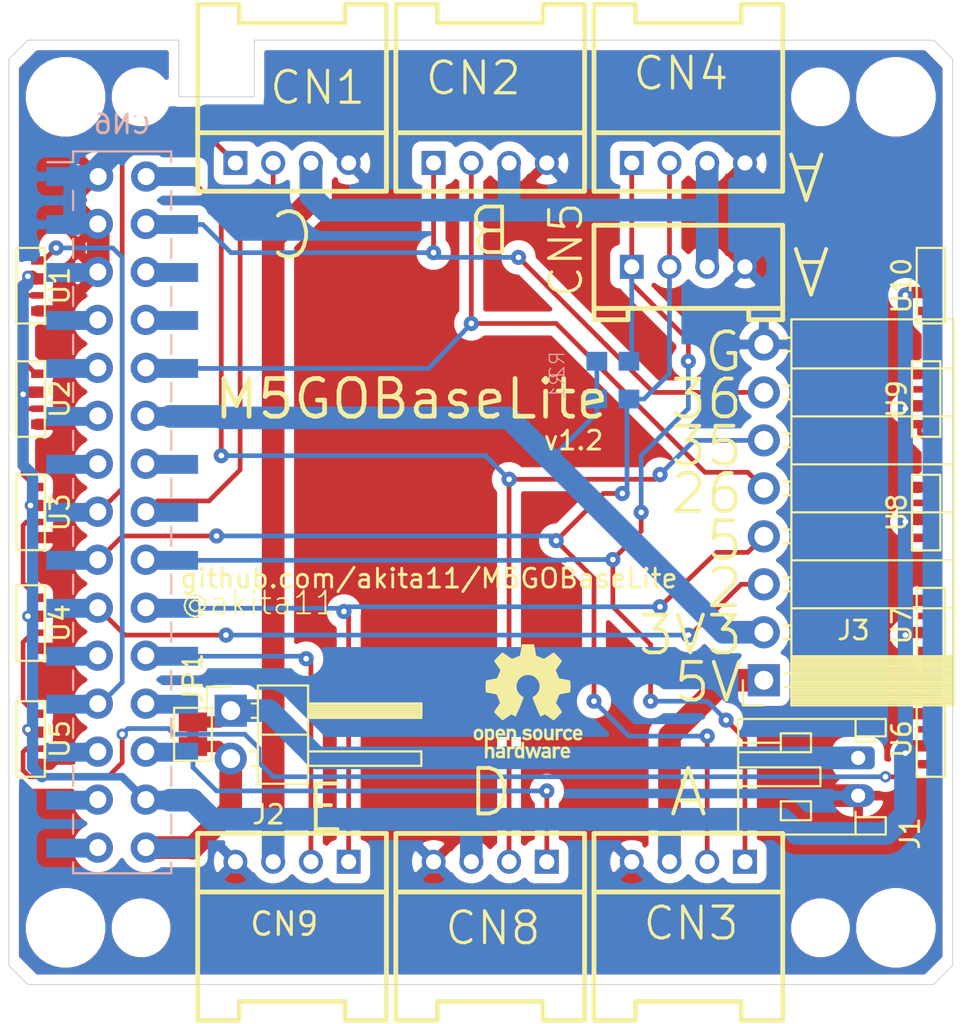
<source format=kicad_pcb>
(kicad_pcb (version 20171130) (host pcbnew "(5.1.5)-3")
  (layers (0 Top signal) (31 Bottom signal hide) (34 B.Paste user hide) (35 F.Paste user hide) (36 B.SilkS user) (37 F.SilkS user) (38 B.Mask user hide) (39 F.Mask user hide) (44 Edge.Cuts user))
  (net 0 "")
  (net 1 +5V)
  (net 2 GND)
  (net 3 /TXD)
  (net 4 /RXD)
  (net 5 /GPIO26)
  (net 6 /GPIO36)
  (net 7 /SDA)
  (net 8 /SCL)
  (net 9 /GPIO15)
  (net 10 /BAT)
  (net 11 /GPIO34)
  (net 12 /GPIO13)
  (net 13 /GPIO5)
  (net 14 /GPIO35)
  (net 15 +3V3)
  (net 16 "Net-(CN6-Pad29)")
  (net 17 "Net-(CN6-Pad27)")
  (net 18 "Net-(CN6-Pad25)")
  (net 19 "Net-(CN6-Pad24)")
  (net 20 "Net-(CN6-Pad21)")
  (net 21 "Net-(CN6-Pad14)")
  (net 22 "Net-(CN6-Pad13)")
  (net 23 "Net-(CN6-Pad11)")
  (net 24 "Net-(CN6-Pad9)")
  (net 25 "Net-(CN6-Pad8)")
  (net 26 "Net-(CN6-Pad7)")
  (net 27 "Net-(CN6-Pad6)")
  (net 28 "Net-(J1-Pad1)")
  (net 29 /GPIO2)
  (net 30 "Net-(U1-Pad3)")
  (net 31 "Net-(U2-Pad3)")
  (net 32 "Net-(U3-Pad3)")
  (net 33 "Net-(U4-Pad3)")
  (net 34 "Net-(U5-Pad3)")
  (net 35 "Net-(U6-Pad3)")
  (net 36 "Net-(U7-Pad3)")
  (net 37 "Net-(U8-Pad3)")
  (net 38 "Net-(U10-Pad1)")
  (net 39 "Net-(U10-Pad3)")
  (module Jumper:SolderJumper-2_P1.3mm_Bridged_Pad1.0x1.5mm (layer Top) (at 9.75 -13.25 270)
    (fp_text reference JP1 (at -1.5 0 270) (layer F.SilkS) (effects (justify left)))
    (fp_text value SolderJumper_2_Bridged)
    (fp_poly (pts (xy -0.25 -0.3) (xy 0.25 -0.3) (xy 0.25 0.3) (xy -0.25 0.3)) (layer Top) (width 0))
    (pad 2 smd rect (at 0.65 0 270) (size 1 1.5) (layers Top F.Mask) (net 10 /BAT))
    (pad 1 smd rect (at -0.65 0 270) (size 1 1.5) (layers Top F.Mask) (net 28 "Net-(J1-Pad1)"))
  )
  (module akita:Pad_TH09mm (layer Top) (at 4.73 -7.22)
    (fp_text reference REF** hide)
    (fp_text value Pad_TH09mm hide)
    (pad 1 thru_hole circle (at -0.02 -0.03) (size 1.6 1.6) (drill 0.9) (layers *.Cu *.Mask) (net 16 "Net-(CN6-Pad29)"))
  )
  (module akita:Pad_TH09mm (layer Top) (at 4.73 -9.76)
    (fp_text reference REF** hide)
    (fp_text value Pad_TH09mm hide)
    (pad 1 thru_hole circle (at -0.02 -0.03) (size 1.6 1.6) (drill 0.9) (layers *.Cu *.Mask) (net 17 "Net-(CN6-Pad27)"))
  )
  (module akita:Pad_TH09mm (layer Top) (at 7.27 -7.22)
    (fp_text reference REF** hide)
    (fp_text value Pad_TH09mm hide)
    (pad 1 thru_hole circle (at -0.02 -0.03) (size 1.6 1.6) (drill 0.9) (layers *.Cu *.Mask) (net 10 /BAT))
  )
  (module akita:Pad_TH09mm (layer Top) (at 4.73 -12.3)
    (fp_text reference REF** hide)
    (fp_text value Pad_TH09mm hide)
    (pad 1 thru_hole circle (at -0.02 -0.03) (size 1.6 1.6) (drill 0.9) (layers *.Cu *.Mask) (net 18 "Net-(CN6-Pad25)"))
  )
  (module akita:Pad_TH09mm (layer Top) (at 4.73 -14.84)
    (fp_text reference REF** hide)
    (fp_text value Pad_TH09mm hide)
    (pad 1 thru_hole circle (at -0.02 -0.03) (size 1.6 1.6) (drill 0.9) (layers *.Cu *.Mask) (net 9 /GPIO15))
  )
  (module akita:Pad_TH09mm (layer Top) (at 4.73 -17.38)
    (fp_text reference REF** hide)
    (fp_text value Pad_TH09mm hide)
    (pad 1 thru_hole circle (at -0.02 -0.03) (size 1.6 1.6) (drill 0.9) (layers *.Cu *.Mask) (net 20 "Net-(CN6-Pad21)"))
  )
  (module akita:Pad_TH09mm (layer Top) (at 4.73 -19.92)
    (fp_text reference REF** hide)
    (fp_text value Pad_TH09mm hide)
    (pad 1 thru_hole circle (at -0.02 -0.03) (size 1.6 1.6) (drill 0.9) (layers *.Cu *.Mask) (net 29 /GPIO2))
  )
  (module akita:Pad_TH09mm (layer Top) (at 4.73 -22.46)
    (fp_text reference REF** hide)
    (fp_text value Pad_TH09mm hide)
    (pad 1 thru_hole circle (at -0.02 -0.03) (size 1.6 1.6) (drill 0.9) (layers *.Cu *.Mask) (net 7 /SDA))
  )
  (module akita:Pad_TH09mm (layer Top) (at 7.27 -9.76)
    (fp_text reference REF** hide)
    (fp_text value Pad_TH09mm hide)
    (pad 1 thru_hole circle (at -0.02 -0.03) (size 1.6 1.6) (drill 0.9) (layers *.Cu *.Mask) (net 1 +5V))
  )
  (module akita:Pad_TH09mm (layer Top) (at 7.27 -14.84)
    (fp_text reference REF** hide)
    (fp_text value Pad_TH09mm hide)
    (pad 1 thru_hole circle (at -0.02 -0.03) (size 1.6 1.6) (drill 0.9) (layers *.Cu *.Mask) (net 19 "Net-(CN6-Pad24)"))
  )
  (module akita:Pad_TH09mm (layer Top) (at 7.27 -12.3)
    (fp_text reference REF** hide)
    (fp_text value Pad_TH09mm hide)
    (pad 1 thru_hole circle (at -0.02 -0.03) (size 1.6 1.6) (drill 0.9) (layers *.Cu *.Mask) (net 11 /GPIO34))
  )
  (module akita:Pad_TH09mm (layer Top) (at 7.27 -17.38)
    (fp_text reference REF** hide)
    (fp_text value Pad_TH09mm hide)
    (pad 1 thru_hole circle (at -0.02 -0.03) (size 1.6 1.6) (drill 0.9) (layers *.Cu *.Mask) (net 12 /GPIO13))
  )
  (module akita:Pad_TH09mm (layer Top) (at 7.27 -19.92)
    (fp_text reference REF** hide)
    (fp_text value Pad_TH09mm hide)
    (pad 1 thru_hole circle (at -0.02 -0.03) (size 1.6 1.6) (drill 0.9) (layers *.Cu *.Mask) (net 13 /GPIO5))
  )
  (module akita:Pad_TH09mm (layer Top) (at 7.27 -22.46)
    (fp_text reference REF** hide)
    (fp_text value Pad_TH09mm hide)
    (pad 1 thru_hole circle (at -0.02 -0.03) (size 1.6 1.6) (drill 0.9) (layers *.Cu *.Mask) (net 8 /SCL))
  )
  (module akita:Pad_TH09mm (layer Top) (at 7.27 -25)
    (fp_text reference REF** hide)
    (fp_text value Pad_TH09mm hide)
    (pad 1 thru_hole circle (at -0.02 -0.03) (size 1.6 1.6) (drill 0.9) (layers *.Cu *.Mask) (net 3 /TXD))
  )
  (module akita:Pad_TH09mm (layer Top) (at 4.73 -25)
    (fp_text reference REF** hide)
    (fp_text value Pad_TH09mm hide)
    (pad 1 thru_hole circle (at -0.02 -0.03) (size 1.6 1.6) (drill 0.9) (layers *.Cu *.Mask) (net 4 /RXD))
  )
  (module akita:Pad_TH09mm (layer Top) (at 4.73 -27.54)
    (fp_text reference REF** hide)
    (fp_text value Pad_TH09mm hide)
    (pad 1 thru_hole circle (at -0.02 -0.03) (size 1.6 1.6) (drill 0.9) (layers *.Cu *.Mask) (net 22 "Net-(CN6-Pad13)"))
  )
  (module akita:Pad_TH09mm (layer Top) (at 7.27 -27.54)
    (fp_text reference REF** hide)
    (fp_text value Pad_TH09mm hide)
    (pad 1 thru_hole circle (at -0.02 -0.03) (size 1.6 1.6) (drill 0.9) (layers *.Cu *.Mask) (net 21 "Net-(CN6-Pad14)"))
  )
  (module akita:Pad_TH09mm (layer Top) (at 7.27 -30.08)
    (fp_text reference REF** hide)
    (fp_text value Pad_TH09mm hide)
    (pad 1 thru_hole circle (at -0.02 -0.03) (size 1.6 1.6) (drill 0.9) (layers *.Cu *.Mask) (net 15 +3V3))
  )
  (module akita:Pad_TH09mm (layer Top) (at 4.73 -30.08)
    (fp_text reference REF** hide)
    (fp_text value Pad_TH09mm hide)
    (pad 1 thru_hole circle (at -0.02 -0.03) (size 1.6 1.6) (drill 0.9) (layers *.Cu *.Mask) (net 23 "Net-(CN6-Pad11)"))
  )
  (module akita:Pad_TH09mm (layer Top) (at 4.73 -32.62)
    (fp_text reference REF** hide)
    (fp_text value Pad_TH09mm hide)
    (pad 1 thru_hole circle (at -0.02 -0.03) (size 1.6 1.6) (drill 0.9) (layers *.Cu *.Mask) (net 24 "Net-(CN6-Pad9)"))
  )
  (module akita:Pad_TH09mm (layer Top) (at 7.27 -32.62)
    (fp_text reference REF** hide)
    (fp_text value Pad_TH09mm hide)
    (pad 1 thru_hole circle (at -0.02 -0.03) (size 1.6 1.6) (drill 0.9) (layers *.Cu *.Mask) (net 5 /GPIO26))
  )
  (module akita:Pad_TH09mm (layer Top) (at 7.27 -35.16)
    (fp_text reference REF** hide)
    (fp_text value Pad_TH09mm hide)
    (pad 1 thru_hole circle (at -0.02 -0.03) (size 1.6 1.6) (drill 0.9) (layers *.Cu *.Mask) (net 25 "Net-(CN6-Pad8)"))
  )
  (module akita:Pad_TH09mm (layer Top) (at 4.73 -35.16)
    (fp_text reference REF** hide)
    (fp_text value Pad_TH09mm hide)
    (pad 1 thru_hole circle (at -0.02 -0.03) (size 1.6 1.6) (drill 0.9) (layers *.Cu *.Mask) (net 26 "Net-(CN6-Pad7)"))
  )
  (module akita:Pad_TH09mm (layer Top) (at 4.73 -37.7)
    (fp_text reference REF** hide)
    (fp_text value Pad_TH09mm hide)
    (pad 1 thru_hole circle (at -0.02 -0.03) (size 1.6 1.6) (drill 0.9) (layers *.Cu *.Mask) (net 2 GND))
  )
  (module akita:Pad_TH09mm (layer Top) (at 7.27 -37.7)
    (fp_text reference REF** hide)
    (fp_text value Pad_TH09mm hide)
    (pad 1 thru_hole circle (at -0.02 -0.03) (size 1.6 1.6) (drill 0.9) (layers *.Cu *.Mask) (net 27 "Net-(CN6-Pad6)"))
  )
  (module akita:Pad_TH09mm (layer Top) (at 7.27 -40.24)
    (fp_text reference REF** hide)
    (fp_text value Pad_TH09mm hide)
    (pad 1 thru_hole circle (at -0.02 -0.03) (size 1.6 1.6) (drill 0.9) (layers *.Cu *.Mask) (net 6 /GPIO36))
  )
  (module akita:Pad_TH09mm (layer Top) (at 4.73 -40.24)
    (fp_text reference REF** hide)
    (fp_text value Pad_TH09mm hide)
    (pad 1 thru_hole circle (at -0.02 -0.03) (size 1.6 1.6) (drill 0.9) (layers *.Cu *.Mask) (net 2 GND))
  )
  (module akita:Pad_TH09mm (layer Top) (at 7.62 -42.75)
    (fp_text reference REF** hide)
    (fp_text value Pad_TH09mm hide)
    (pad 1 thru_hole circle (at -0.35 -0.03) (size 1.6 1.6) (drill 0.9) (layers *.Cu *.Mask) (net 14 /GPIO35))
  )
  (module akita:Pad_TH09mm (layer Top) (at 4.75 -42.75)
    (fp_text reference REF** hide)
    (fp_text value Pad_TH09mm hide)
    (pad 1 thru_hole circle (at -0.02 -0.03) (size 1.6 1.6) (drill 0.9) (layers *.Cu *.Mask) (net 2 GND))
  )
  (module akita:LED_SK6812SIDE (layer Top) (at 48.25 -31 90)
    (fp_text reference U9 (at 0 -1.2 90) (layer F.SilkS))
    (fp_text value LED_SK6812side)
    (pad 4 smd rect (at 1.3375 0 90) (size 0.5 0.65) (layers Top F.Paste F.Mask) (net 2 GND))
    (pad 3 smd rect (at 0.5125 0 90) (size 0.35 0.65) (layers Top F.Paste F.Mask) (net 38 "Net-(U10-Pad1)"))
    (pad 2 smd rect (at -0.3625 0 90) (size 0.6 0.65) (layers Top F.Paste F.Mask) (net 1 +5V))
    (pad 1 smd rect (at -1.3375 0 90) (size 0.45 0.65) (layers Top F.Paste F.Mask) (net 37 "Net-(U8-Pad3)"))
  )
  (module akita:LED_SK6812SIDE (layer Top) (at 1.5 -13 270)
    (fp_text reference U5 (at 0 -1.2 90) (layer F.SilkS))
    (fp_text value LED_SK6812side)
    (pad 4 smd rect (at 1.3375 0 270) (size 0.5 0.65) (layers Top F.Paste F.Mask) (net 2 GND))
    (pad 3 smd rect (at 0.5125 0 270) (size 0.35 0.65) (layers Top F.Paste F.Mask) (net 34 "Net-(U5-Pad3)"))
    (pad 2 smd rect (at -0.3625 0 270) (size 0.6 0.65) (layers Top F.Paste F.Mask) (net 1 +5V))
    (pad 1 smd rect (at -1.3375 0 270) (size 0.45 0.65) (layers Top F.Paste F.Mask) (net 33 "Net-(U4-Pad3)"))
  )
  (module akita:LED_SK6812SIDE (layer Top) (at 1.5 -37 270)
    (fp_text reference U1 (at 0 -1.2 90) (layer F.SilkS))
    (fp_text value LED_SK6812side)
    (pad 4 smd rect (at 1.3375 0 270) (size 0.5 0.65) (layers Top F.Paste F.Mask) (net 2 GND))
    (pad 3 smd rect (at 0.5125 0 270) (size 0.35 0.65) (layers Top F.Paste F.Mask) (net 30 "Net-(U1-Pad3)"))
    (pad 2 smd rect (at -0.3625 0 270) (size 0.6 0.65) (layers Top F.Paste F.Mask) (net 1 +5V))
    (pad 1 smd rect (at -1.3375 0 270) (size 0.45 0.65) (layers Top F.Paste F.Mask) (net 9 /GPIO15))
  )
  (module Connector_PinSocket_2.54mm:PinSocket_2x15_P2.54mm_Vertical_SMD (layer Bottom) (at 6 -25 180)
    (fp_text reference CN6 (at 0 20.55) (layer B.SilkS) (effects (justify mirror)))
    (fp_text value MBUS_bottom)
    (pad 30 smd rect (at -2.52 -17.78 180) (size 3 1) (layers Bottom B.Paste B.Mask) (net 10 /BAT))
    (pad 29 smd rect (at 2.52 -17.78 180) (size 3 1) (layers Bottom B.Paste B.Mask) (net 16 "Net-(CN6-Pad29)"))
    (pad 28 smd rect (at -2.52 -15.24 180) (size 3 1) (layers Bottom B.Paste B.Mask) (net 1 +5V))
    (pad 27 smd rect (at 2.52 -15.24 180) (size 3 1) (layers Bottom B.Paste B.Mask) (net 17 "Net-(CN6-Pad27)"))
    (pad 26 smd rect (at -2.52 -12.7 180) (size 3 1) (layers Bottom B.Paste B.Mask) (net 11 /GPIO34))
    (pad 25 smd rect (at 2.52 -12.7 180) (size 3 1) (layers Bottom B.Paste B.Mask) (net 18 "Net-(CN6-Pad25)"))
    (pad 24 smd rect (at -2.52 -10.16 180) (size 3 1) (layers Bottom B.Paste B.Mask) (net 19 "Net-(CN6-Pad24)"))
    (pad 23 smd rect (at 2.52 -10.16 180) (size 3 1) (layers Bottom B.Paste B.Mask) (net 9 /GPIO15))
    (pad 22 smd rect (at -2.52 -7.62 180) (size 3 1) (layers Bottom B.Paste B.Mask) (net 12 /GPIO13))
    (pad 21 smd rect (at 2.52 -7.62 180) (size 3 1) (layers Bottom B.Paste B.Mask) (net 20 "Net-(CN6-Pad21)"))
    (pad 20 smd rect (at -2.52 -5.08 180) (size 3 1) (layers Bottom B.Paste B.Mask) (net 13 /GPIO5))
    (pad 19 smd rect (at 2.52 -5.08 180) (size 3 1) (layers Bottom B.Paste B.Mask) (net 29 /GPIO2))
    (pad 18 smd rect (at -2.52 -2.54 180) (size 3 1) (layers Bottom B.Paste B.Mask) (net 8 /SCL))
    (pad 17 smd rect (at 2.52 -2.54 180) (size 3 1) (layers Bottom B.Paste B.Mask) (net 7 /SDA))
    (pad 16 smd rect (at -2.52 0 180) (size 3 1) (layers Bottom B.Paste B.Mask) (net 3 /TXD))
    (pad 15 smd rect (at 2.52 0 180) (size 3 1) (layers Bottom B.Paste B.Mask) (net 4 /RXD))
    (pad 14 smd rect (at -2.52 2.54 180) (size 3 1) (layers Bottom B.Paste B.Mask) (net 21 "Net-(CN6-Pad14)"))
    (pad 13 smd rect (at 2.52 2.54 180) (size 3 1) (layers Bottom B.Paste B.Mask) (net 22 "Net-(CN6-Pad13)"))
    (pad 12 smd rect (at -2.52 5.08 180) (size 3 1) (layers Bottom B.Paste B.Mask) (net 15 +3V3))
    (pad 11 smd rect (at 2.52 5.08 180) (size 3 1) (layers Bottom B.Paste B.Mask) (net 23 "Net-(CN6-Pad11)"))
    (pad 10 smd rect (at -2.52 7.62 180) (size 3 1) (layers Bottom B.Paste B.Mask) (net 5 /GPIO26))
    (pad 9 smd rect (at 2.52 7.62 180) (size 3 1) (layers Bottom B.Paste B.Mask) (net 24 "Net-(CN6-Pad9)"))
    (pad 8 smd rect (at -2.52 10.16 180) (size 3 1) (layers Bottom B.Paste B.Mask) (net 25 "Net-(CN6-Pad8)"))
    (pad 7 smd rect (at 2.52 10.16 180) (size 3 1) (layers Bottom B.Paste B.Mask) (net 26 "Net-(CN6-Pad7)"))
    (pad 6 smd rect (at -2.52 12.7 180) (size 3 1) (layers Bottom B.Paste B.Mask) (net 27 "Net-(CN6-Pad6)"))
    (pad 5 smd rect (at 2.52 12.7 180) (size 3 1) (layers Bottom B.Paste B.Mask) (net 2 GND))
    (pad 4 smd rect (at -2.52 15.24 180) (size 3 1) (layers Bottom B.Paste B.Mask) (net 6 /GPIO36))
    (pad 3 smd rect (at 2.52 15.24 180) (size 3 1) (layers Bottom B.Paste B.Mask) (net 2 GND))
    (pad 2 smd rect (at -2.52 17.78 180) (size 3 1) (layers Bottom B.Paste B.Mask) (net 14 /GPIO35))
    (pad 1 smd rect (at 2.52 17.78 180) (size 3 1) (layers Bottom B.Paste B.Mask) (net 2 GND))
  )
  (module akita:LED_SK6812SIDE (layer Top) (at 48.5 -37 90)
    (fp_text reference U10 (at 0 -1.2 90) (layer F.SilkS))
    (fp_text value LED_SK6812side)
    (pad 4 smd rect (at 1.3375 0 90) (size 0.5 0.65) (layers Top F.Paste F.Mask) (net 2 GND))
    (pad 3 smd rect (at 0.5125 0 90) (size 0.35 0.65) (layers Top F.Paste F.Mask) (net 39 "Net-(U10-Pad3)"))
    (pad 2 smd rect (at -0.3625 0 90) (size 0.6 0.65) (layers Top F.Paste F.Mask) (net 1 +5V))
    (pad 1 smd rect (at -1.3375 0 90) (size 0.45 0.65) (layers Top F.Paste F.Mask) (net 38 "Net-(U10-Pad1)"))
  )
  (module akita:LED_SK6812SIDE (layer Top) (at 48.25 -24.9875 90)
    (fp_text reference U8 (at 0 -1.2 90) (layer F.SilkS))
    (fp_text value LED_SK6812side)
    (pad 4 smd rect (at 1.3375 0 90) (size 0.5 0.65) (layers Top F.Paste F.Mask) (net 2 GND))
    (pad 3 smd rect (at 0.5125 0 90) (size 0.35 0.65) (layers Top F.Paste F.Mask) (net 37 "Net-(U8-Pad3)"))
    (pad 2 smd rect (at -0.3625 0 90) (size 0.6 0.65) (layers Top F.Paste F.Mask) (net 1 +5V))
    (pad 1 smd rect (at -1.3375 0 90) (size 0.45 0.65) (layers Top F.Paste F.Mask) (net 36 "Net-(U7-Pad3)"))
  )
  (module akita:LED_SK6812SIDE (layer Top) (at 48.5 -19 90)
    (fp_text reference U7 (at 0 -1.2 90) (layer F.SilkS))
    (fp_text value LED_SK6812side)
    (pad 4 smd rect (at 1.3375 0 90) (size 0.5 0.65) (layers Top F.Paste F.Mask) (net 2 GND))
    (pad 3 smd rect (at 0.5125 0 90) (size 0.35 0.65) (layers Top F.Paste F.Mask) (net 36 "Net-(U7-Pad3)"))
    (pad 2 smd rect (at -0.3625 0 90) (size 0.6 0.65) (layers Top F.Paste F.Mask) (net 1 +5V))
    (pad 1 smd rect (at -1.3375 0 90) (size 0.45 0.65) (layers Top F.Paste F.Mask) (net 35 "Net-(U6-Pad3)"))
  )
  (module akita:LED_SK6812SIDE (layer Top) (at 48.5 -13 90)
    (fp_text reference U6 (at 0 -1.2 90) (layer F.SilkS))
    (fp_text value LED_SK6812side)
    (pad 4 smd rect (at 1.3375 0 90) (size 0.5 0.65) (layers Top F.Paste F.Mask) (net 2 GND))
    (pad 3 smd rect (at 0.5125 0 90) (size 0.35 0.65) (layers Top F.Paste F.Mask) (net 35 "Net-(U6-Pad3)"))
    (pad 2 smd rect (at -0.3625 0 90) (size 0.6 0.65) (layers Top F.Paste F.Mask) (net 1 +5V))
    (pad 1 smd rect (at -1.3375 0 90) (size 0.45 0.65) (layers Top F.Paste F.Mask) (net 34 "Net-(U5-Pad3)"))
  )
  (module akita:LED_SK6812SIDE (layer Top) (at 1.5 -19.1375 270)
    (fp_text reference U4 (at 0 -1.2 90) (layer F.SilkS))
    (fp_text value LED_SK6812side)
    (pad 4 smd rect (at 1.3375 0 270) (size 0.5 0.65) (layers Top F.Paste F.Mask) (net 2 GND))
    (pad 3 smd rect (at 0.5125 0 270) (size 0.35 0.65) (layers Top F.Paste F.Mask) (net 33 "Net-(U4-Pad3)"))
    (pad 2 smd rect (at -0.3625 0 270) (size 0.6 0.65) (layers Top F.Paste F.Mask) (net 1 +5V))
    (pad 1 smd rect (at -1.3375 0 270) (size 0.45 0.65) (layers Top F.Paste F.Mask) (net 32 "Net-(U3-Pad3)"))
  )
  (module akita:LED_SK6812SIDE (layer Top) (at 1.5 -25 270)
    (fp_text reference U3 (at 0 -1.2 90) (layer F.SilkS))
    (fp_text value LED_SK6812side)
    (pad 4 smd rect (at 1.3375 0 270) (size 0.5 0.65) (layers Top F.Paste F.Mask) (net 2 GND))
    (pad 3 smd rect (at 0.5125 0 270) (size 0.35 0.65) (layers Top F.Paste F.Mask) (net 32 "Net-(U3-Pad3)"))
    (pad 2 smd rect (at -0.3625 0 270) (size 0.6 0.65) (layers Top F.Paste F.Mask) (net 1 +5V))
    (pad 1 smd rect (at -1.3375 0 270) (size 0.45 0.65) (layers Top F.Paste F.Mask) (net 31 "Net-(U2-Pad3)"))
  )
  (module akita:LED_SK6812SIDE (layer Top) (at 1.5 -31 270)
    (fp_text reference U2 (at 0 -1.2 90) (layer F.SilkS))
    (fp_text value LED_SK6812side)
    (pad 4 smd rect (at 1.3375 0 270) (size 0.5 0.65) (layers Top F.Paste F.Mask) (net 2 GND))
    (pad 3 smd rect (at 0.5125 0 270) (size 0.35 0.65) (layers Top F.Paste F.Mask) (net 31 "Net-(U2-Pad3)"))
    (pad 2 smd rect (at -0.3625 0 270) (size 0.6 0.65) (layers Top F.Paste F.Mask) (net 1 +5V))
    (pad 1 smd rect (at -1.3375 0 270) (size 0.45 0.65) (layers Top F.Paste F.Mask) (net 30 "Net-(U1-Pad3)"))
  )
  (module M5GObase_sub:CON_GROVE_V (layer Top) (at 36 -38)
    (fp_text reference CN5 (at -5.5 1.75 270) (layer F.SilkS) (effects (font (size 1.6891 1.6891) (thickness 0.16891)) (justify left bottom)))
    (fp_text value CON_GROVEV)
    (pad 4 thru_hole circle (at 3 0) (size 1.27 1.27) (drill 0.8) (layers *.Cu *.Mask) (net 2 GND))
    (pad 3 thru_hole circle (at 1 0) (size 1.27 1.27) (drill 0.8) (layers *.Cu *.Mask) (net 1 +5V))
    (pad 2 thru_hole circle (at -1 0) (size 1.27 1.27) (drill 0.8) (layers *.Cu *.Mask) (net 7 /SDA))
    (pad 1 thru_hole rect (at -3 0) (size 1.27 1.27) (drill 0.8) (layers *.Cu *.Mask) (net 8 /SCL))
  )
  (module Connector_PinSocket_2.54mm:PinSocket_1x08_P2.54mm_Horizontal (layer Top) (at 40 -16.11 180)
    (fp_text reference J3 (at -4.75 2.64) (layer F.SilkS))
    (fp_text value Conn_01x08_Female)
    (pad 8 thru_hole oval (at 0 17.78 180) (size 1.7 1.7) (drill 1) (layers *.Cu *.Mask) (net 2 GND))
    (pad 7 thru_hole oval (at 0 15.24 180) (size 1.7 1.7) (drill 1) (layers *.Cu *.Mask) (net 6 /GPIO36))
    (pad 6 thru_hole oval (at 0 12.7 180) (size 1.7 1.7) (drill 1) (layers *.Cu *.Mask) (net 14 /GPIO35))
    (pad 5 thru_hole oval (at 0 10.16 180) (size 1.7 1.7) (drill 1) (layers *.Cu *.Mask) (net 5 /GPIO26))
    (pad 4 thru_hole oval (at 0 7.62 180) (size 1.7 1.7) (drill 1) (layers *.Cu *.Mask) (net 13 /GPIO5))
    (pad 3 thru_hole oval (at 0 5.08 180) (size 1.7 1.7) (drill 1) (layers *.Cu *.Mask) (net 29 /GPIO2))
    (pad 2 thru_hole oval (at 0 2.54 180) (size 1.7 1.7) (drill 1) (layers *.Cu *.Mask) (net 15 +3V3))
    (pad 1 thru_hole rect (at 0 0 180) (size 1.7 1.7) (drill 1) (layers *.Cu *.Mask) (net 1 +5V))
  )
  (module Symbol:OSHW-Logo_5.7x6mm_SilkScreen (layer Top) (at 27.5 -15)
    (fp_text reference REF** hide)
    (fp_text value OSHW-Logo_5.7x6mm_SilkScreen hide)
  )
  (module MountingHole:MountingHole_3.2mm_M3 (layer Top) (at 3 -3)
    (fp_text reference MH1 hide)
    (fp_text value MountingHole_3.2mm_M3 hide)
    (pad 1 np_thru_hole circle (at 0 0) (size 3.2 3.2) (drill 3.2) (layers *.Cu *.Mask))
  )
  (module Connector_PinHeader_2.54mm:PinHeader_1x02_P2.54mm_Horizontal (layer Top) (at 11.75 -14.5)
    (fp_text reference J2 (at 2 5.5) (layer F.SilkS))
    (fp_text value Conn_01x02_Female)
    (pad 2 thru_hole oval (at 0 2.54) (size 1.7 1.7) (drill 1) (layers *.Cu *.Mask) (net 10 /BAT))
    (pad 1 thru_hole rect (at 0 0) (size 1.7 1.7) (drill 1) (layers *.Cu *.Mask) (net 28 "Net-(J1-Pad1)"))
  )
  (module MountingHole:MountingHole_2.1mm (layer Top) (at 43 -47)
    (fp_text reference MH5 hide)
    (fp_text value MountingHole_2.1mm hide)
    (pad "" np_thru_hole circle (at 0 0) (size 2.1 2.1) (drill 2.1) (layers *.Cu *.Mask))
  )
  (module MountingHole:MountingHole_2.1mm (layer Top) (at 43 -3)
    (fp_text reference MH5 hide)
    (fp_text value MountingHole_2.1mm hide)
    (pad "" np_thru_hole circle (at 0 0) (size 2.1 2.1) (drill 2.1) (layers *.Cu *.Mask))
  )
  (module M5GObase_sub:CON_GROVE_H (layer Top) (at 36 -43.5)
    (fp_text reference CN4 (at 2.25 -3.75) (layer F.SilkS) (effects (font (size 1.6891 1.6891) (thickness 0.16891)) (justify right bottom)))
    (fp_text value CON_GROVEH)
    (pad 4 thru_hole circle (at 3 0) (size 1.27 1.27) (drill 0.8) (layers *.Cu *.Mask) (net 2 GND))
    (pad 3 thru_hole circle (at 1 0) (size 1.27 1.27) (drill 0.8) (layers *.Cu *.Mask) (net 1 +5V))
    (pad 2 thru_hole circle (at -1 0) (size 1.27 1.27) (drill 0.8) (layers *.Cu *.Mask) (net 7 /SDA))
    (pad 1 thru_hole rect (at -3 0) (size 1.27 1.27) (drill 0.8) (layers *.Cu *.Mask) (net 8 /SCL))
  )
  (module M5GObase_sub:CON_GROVE_H (layer Top) (at 25.5 -43.5)
    (fp_text reference CN2 (at 1.75 -3.5 180) (layer F.SilkS) (effects (font (size 1.6891 1.6891) (thickness 0.16891)) (justify right bottom)))
    (fp_text value CON_GROVEH)
    (pad 4 thru_hole circle (at 3 0) (size 1.27 1.27) (drill 0.8) (layers *.Cu *.Mask) (net 2 GND))
    (pad 3 thru_hole circle (at 1 0) (size 1.27 1.27) (drill 0.8) (layers *.Cu *.Mask) (net 1 +5V))
    (pad 2 thru_hole circle (at -1 0) (size 1.27 1.27) (drill 0.8) (layers *.Cu *.Mask) (net 5 /GPIO26))
    (pad 1 thru_hole rect (at -3 0) (size 1.27 1.27) (drill 0.8) (layers *.Cu *.Mask) (net 6 /GPIO36))
  )
  (module MountingHole:MountingHole_3.2mm_M3 (layer Top) (at 47 -47)
    (fp_text reference MH1 hide)
    (fp_text value MountingHole_3.2mm_M3 hide)
    (pad 1 np_thru_hole circle (at 0 0) (size 3.2 3.2) (drill 3.2) (layers *.Cu *.Mask))
  )
  (module MountingHole:MountingHole_2.1mm (layer Top) (at 7 -3)
    (fp_text reference MH5 hide)
    (fp_text value MountingHole_2.1mm hide)
    (pad "" np_thru_hole circle (at 0 0) (size 2.1 2.1) (drill 2.1) (layers *.Cu *.Mask))
  )
  (module MountingHole:MountingHole_2.1mm (layer Top) (at 6 -47)
    (fp_text reference MH5 hide)
    (fp_text value MountingHole_2.1mm hide)
    (pad "" np_thru_hole circle (at 1 0) (size 2.1 2.1) (drill 2.1) (layers *.Cu *.Mask))
  )
  (module MountingHole:MountingHole_3.2mm_M3 (layer Top) (at 3 -47)
    (fp_text reference MH1 hide)
    (fp_text value MountingHole_3.2mm_M3 hide)
    (pad 1 np_thru_hole circle (at 0 0) (size 3.2 3.2) (drill 3.2) (layers *.Cu *.Mask))
  )
  (module MountingHole:MountingHole_3.2mm_M3 (layer Top) (at 47 -3)
    (fp_text reference MH2 hide)
    (fp_text value MountingHole_3.2mm_M3 hide)
    (pad 1 np_thru_hole circle (at 0 0) (size 3.2 3.2) (drill 3.2) (layers *.Cu *.Mask))
  )
  (module Connector_JST:JST_PH_S2B-PH-K_1x02_P2.00mm_Horizontal (layer Top) (at 45 -12 270)
    (fp_text reference J1 (at 4 -2.75 90) (layer F.SilkS))
    (fp_text value Conn_01x02_Female)
    (pad 2 thru_hole oval (at 2 0 270) (size 1.2 1.75) (drill 0.75) (layers *.Cu *.Mask) (net 2 GND))
    (pad 1 thru_hole roundrect (at 0 0 270) (size 1.2 1.75) (drill 0.75) (layers *.Cu *.Mask) (roundrect_rratio 0.208333) (net 28 "Net-(J1-Pad1)"))
  )
  (module M5GObase_sub:CON_GROVE_H (layer Top) (at 15 -43.5)
    (fp_text reference CN1 (at 4 -3) (layer F.SilkS) (effects (font (size 1.6891 1.6891) (thickness 0.16891)) (justify right bottom)))
    (fp_text value CON_GROVEH)
    (pad 4 thru_hole circle (at 3 0) (size 1.27 1.27) (drill 0.8) (layers *.Cu *.Mask) (net 2 GND))
    (pad 3 thru_hole circle (at 1 0) (size 1.27 1.27) (drill 0.8) (layers *.Cu *.Mask) (net 1 +5V))
    (pad 2 thru_hole circle (at -1 0) (size 1.27 1.27) (drill 0.8) (layers *.Cu *.Mask) (net 3 /TXD))
    (pad 1 thru_hole rect (at -3 0) (size 1.27 1.27) (drill 0.8) (layers *.Cu *.Mask) (net 4 /RXD))
  )
  (module M5GObase_sub:CON_GROVE_H (layer Top) (at 36 -6.5 180)
    (fp_text reference CN3 (at 2.5 -4.25) (layer F.SilkS) (effects (font (size 1.6891 1.6891) (thickness 0.16891)) (justify left bottom)))
    (fp_text value CON_GROVEH)
    (pad 4 thru_hole circle (at 3 0 180) (size 1.27 1.27) (drill 0.8) (layers *.Cu *.Mask) (net 2 GND))
    (pad 3 thru_hole circle (at 1 0 180) (size 1.27 1.27) (drill 0.8) (layers *.Cu *.Mask) (net 1 +5V))
    (pad 2 thru_hole circle (at -1 0 180) (size 1.27 1.27) (drill 0.8) (layers *.Cu *.Mask) (net 7 /SDA))
    (pad 1 thru_hole rect (at -3 0 180) (size 1.27 1.27) (drill 0.8) (layers *.Cu *.Mask) (net 8 /SCL))
  )
  (module M5GObase_sub:0603 (layer Bottom) (at 32 -33 180)
    (fp_text reference R1 (at 2.5 -0.5 -90) (layer B.SilkS) (effects (font (size 0.77216 0.77216) (thickness 0.061772)) (justify left bottom mirror)))
    (fp_text value 4.7k)
    (pad 2 smd rect (at 0.85 0 180) (size 1.1 1) (layers Bottom B.Paste B.Mask) (net 15 +3V3))
    (pad 1 smd rect (at -0.85 0 180) (size 1.1 1) (layers Bottom B.Paste B.Mask) (net 8 /SCL))
  )
  (module M5GObase_sub:0603 (layer Bottom) (at 32 -31 180)
    (fp_text reference R2 (at 2.5 1 -90) (layer B.SilkS) (effects (font (size 0.77216 0.77216) (thickness 0.061772)) (justify right bottom mirror)))
    (fp_text value 4.7k)
    (pad 2 smd rect (at 0.85 0 180) (size 1.1 1) (layers Bottom B.Paste B.Mask) (net 15 +3V3))
    (pad 1 smd rect (at -0.85 0 180) (size 1.1 1) (layers Bottom B.Paste B.Mask) (net 7 /SDA))
  )
  (module M5GObase_sub:CON_GROVE_H (layer Top) (at 25.5 -6.5 180)
    (fp_text reference CN8 (at 2.5 -4.5) (layer F.SilkS) (effects (font (size 1.6891 1.6891) (thickness 0.16891)) (justify left bottom)))
    (fp_text value CON_GROVEH)
    (pad 4 thru_hole circle (at 3 0 180) (size 1.27 1.27) (drill 0.8) (layers *.Cu *.Mask) (net 2 GND))
    (pad 3 thru_hole circle (at 1 0 180) (size 1.27 1.27) (drill 0.8) (layers *.Cu *.Mask) (net 1 +5V))
    (pad 2 thru_hole circle (at -1 0 180) (size 1.27 1.27) (drill 0.8) (layers *.Cu *.Mask) (net 14 /GPIO35))
    (pad 1 thru_hole rect (at -3 0 180) (size 1.27 1.27) (drill 0.8) (layers *.Cu *.Mask) (net 11 /GPIO34))
  )
  (module M5GObase_sub:CON_GROVE_H (layer Top) (at 15 -6.5 180)
    (fp_text reference CN9 (at -1.5 -4) (layer F.SilkS) (effects (font (size 1.2 1.2) (thickness 0.16891)) (justify right bottom)))
    (fp_text value CON_GROVEH)
    (pad 4 thru_hole circle (at 3 0 180) (size 1.27 1.27) (drill 0.8) (layers *.Cu *.Mask) (net 2 GND))
    (pad 3 thru_hole circle (at 1 0 180) (size 1.27 1.27) (drill 0.8) (layers *.Cu *.Mask) (net 1 +5V))
    (pad 2 thru_hole circle (at -1 0 180) (size 1.27 1.27) (drill 0.8) (layers *.Cu *.Mask) (net 12 /GPIO13))
    (pad 1 thru_hole rect (at -3 0 180) (size 1.27 1.27) (drill 0.8) (layers *.Cu *.Mask) (net 13 /GPIO5))
  )
  (gr_text "5V\n" (at 39 -16) (layer F.SilkS) (effects (font (size 2 2) (thickness 0.2)) (justify right)))
  (gr_text 3V3 (at 39 -18.5) (layer F.SilkS) (effects (font (size 2 2) (thickness 0.2)) (justify right)))
  (gr_text 2 (at 39 -21) (layer F.SilkS) (effects (font (size 2 2) (thickness 0.2)) (justify right)))
  (gr_text 5 (at 39 -23.5) (layer F.SilkS) (effects (font (size 2 2) (thickness 0.2)) (justify right)))
  (gr_text "26\n" (at 39 -26) (layer F.SilkS) (effects (font (size 2 2) (thickness 0.2)) (justify right)))
  (gr_text "35\n" (at 39 -28.5) (layer F.SilkS) (effects (font (size 2 2) (thickness 0.2)) (justify right)))
  (gr_text 36 (at 39 -31) (layer F.SilkS) (effects (font (size 2 2) (thickness 0.2)) (justify right)))
  (gr_text G (at 39 -33.5) (layer F.SilkS) (effects (font (size 2 2) (thickness 0.2)) (justify right)))
  (gr_text "github.com/akita11/M5GOBaseLite\n" (at 9 -21.5) (layer F.SilkS) (effects (font (size 1 1)) (justify left)))
  (gr_text M5GOBaseLite (at 10.75 -31) (layer F.SilkS) (effects (font (size 2 2) (thickness 0.25)) (justify left)))
  (gr_text "v1.2\n\n" (at 28.25 -28) (layer F.SilkS) (effects (font (size 1 1)) (justify left)))
  (gr_text A (at 42.5 -39.25 180) (layer F.SilkS) (effects (font (size 2.413 2.413) (thickness 0.2032)) (justify bottom)))
  (gr_text @akita11 (at 9 -19.5) (layer F.SilkS) (effects (font (size 1.2065 1.2065) (thickness 0.1016)) (justify left bottom)))
  (gr_line (start 49 0) (end 1 0) (layer Edge.Cuts) (width 0.05))
  (gr_line (start 50 -1) (end 49 0) (layer Edge.Cuts) (width 0.05))
  (gr_line (start 50 -49) (end 50 -1) (layer Edge.Cuts) (width 0.05))
  (gr_line (start 49 -50) (end 50 -49) (layer Edge.Cuts) (width 0.05))
  (gr_line (start 13 -50) (end 49 -50) (layer Edge.Cuts) (width 0.05))
  (gr_line (start 13 -47) (end 13 -50) (layer Edge.Cuts) (width 0.05))
  (gr_line (start 9 -47) (end 13 -47) (layer Edge.Cuts) (width 0.05))
  (gr_line (start 9 -50) (end 9 -47) (layer Edge.Cuts) (width 0.05))
  (gr_line (start 1 -50) (end 9 -50) (layer Edge.Cuts) (width 0.05))
  (gr_line (start 0 -49) (end 1 -50) (layer Edge.Cuts) (width 0.05))
  (gr_line (start 0 -1) (end 0 -49) (layer Edge.Cuts) (width 0.05))
  (gr_line (start 1 0) (end 0 -1) (layer Edge.Cuts) (width 0.05))
  (gr_text D (at 25.5 -8.75) (layer F.SilkS) (effects (font (size 2.413 2.413) (thickness 0.2032)) (justify bottom)))
  (gr_text A (at 42.25 -44.25 180) (layer F.SilkS) (effects (font (size 2.413 2.413) (thickness 0.2032)) (justify bottom)))
  (gr_text A (at 36 -8.75) (layer F.SilkS) (effects (font (size 2.413 2.413) (thickness 0.2032)) (justify bottom)))
  (gr_text B (at 25.5 -41.5 180) (layer F.SilkS) (effects (font (size 2.413 2.413) (thickness 0.2032)) (justify bottom)))
  (gr_text C (at 15 -41.25 180) (layer F.SilkS) (effects (font (size 2.413 2.413) (thickness 0.2032)) (justify bottom)))
  (gr_text E (at 18 -10.75) (layer F.SilkS) (effects (font (size 2.413 2.413) (thickness 0.2032)) (justify right top)))
  (segment (start 35 -6.5) (end 35 -8.75) (width 1.2) (layer Bottom) (net 1))
  (segment (start 35 -8.75) (end 29.75 -8.75) (width 1.2) (layer Bottom) (net 1))
  (segment (start 24.5 -6.5) (end 24.5 -8.75) (width 1.2) (layer Bottom) (net 1))
  (segment (start 29.75 -8.75) (end 24.5 -8.75) (width 1.2) (layer Bottom) (net 1))
  (segment (start 24.5 -8.75) (end 15 -8.75) (width 1.2) (layer Bottom) (net 1))
  (segment (start 14 -6.5) (end 14 -8.75) (width 1.2) (layer Bottom) (net 1))
  (segment (start 14 -8.75) (end 15 -8.75) (width 1.2) (layer Bottom) (net 1))
  (segment (start 28.101975 -41) (end 37 -41) (width 1.2) (layer Bottom) (net 1))
  (segment (start 37 -43.5) (end 37 -41) (width 1.2) (layer Bottom) (net 1))
  (segment (start 37 -41) (end 37 -38) (width 1.2) (layer Bottom) (net 1))
  (segment (start 26.5 -43.5) (end 26.5 -41) (width 1.2) (layer Bottom) (net 1))
  (segment (start 26.5 -41) (end 28.101975 -41) (width 1.2) (layer Bottom) (net 1))
  (segment (start 16.75 -41) (end 26.5 -41) (width 1.2) (layer Bottom) (net 1))
  (segment (start 16 -43.5) (end 16 -41.75) (width 1.2) (layer Bottom) (net 1))
  (segment (start 16 -41.75) (end 16.75 -41) (width 1.2) (layer Bottom) (net 1))
  (segment (start 14 -6.5) (end 14 -39.5) (width 1.2) (layer Top) (net 1))
  (segment (start 14 -39.5) (end 16 -41.5) (width 1.2) (layer Top) (net 1))
  (segment (start 16 -41.5) (end 16 -43.5) (width 1.2) (layer Top) (net 1))
  (segment (start 10.75 -8.75) (end 14 -8.75) (width 1.2) (layer Bottom) (net 1))
  (segment (start 8.52 -9.76) (end 9.74 -9.76) (width 1.2) (layer Bottom) (net 1))
  (segment (start 9.74 -9.76) (end 10.75 -8.75) (width 1.2) (layer Bottom) (net 1))
  (segment (start 35 -13.16) (end 35 -7.398025) (width 1.2) (layer Top) (net 1))
  (segment (start 40 -16.11) (end 37.95 -16.11) (width 1.2) (layer Top) (net 1))
  (segment (start 37.95 -16.11) (end 35 -13.16) (width 1.2) (layer Top) (net 1))
  (segment (start 35 -7.398025) (end 35 -6.5) (width 1.2) (layer Top) (net 1))
  (segment (start 1.25 -27) (end 1.25 -21) (width 0.6) (layer Bottom) (net 1))
  (segment (start 1.25 -27) (end 0.75 -27.5) (width 0.6) (layer Bottom) (net 1))
  (segment (start 0.75 -27.5) (end 0.75 -28) (width 0.6) (layer Bottom) (net 1))
  (segment (start 1.25 -15) (end 1.25 -21) (width 0.6) (layer Bottom) (net 1))
  (segment (start 1.25 -11.5) (end 1.75 -11) (width 0.6) (layer Bottom) (net 1))
  (segment (start 1.25 -15) (end 1.25 -11.5) (width 0.6) (layer Bottom) (net 1))
  (via (at 1 -19.5) (size 0.6) (drill 0.3) (layers Top Bottom) (net 1))
  (via (at 1 -13.5) (size 0.6) (drill 0.3) (layers Top Bottom) (net 1))
  (via (at 1.1375 -25.3625) (size 0.6) (drill 0.3) (layers Top Bottom) (net 1))
  (via (at 0.75 -31.25) (size 0.6) (drill 0.3) (layers Top Bottom) (net 1))
  (segment (start 0.75 -31.25) (end 0.75 -28) (width 0.6) (layer Bottom) (net 1))
  (segment (start 0.75 -33) (end 0.75 -37) (width 0.6) (layer Bottom) (net 1))
  (segment (start 0.75 -31.25) (end 0.75 -33) (width 0.6) (layer Bottom) (net 1))
  (segment (start 0.8625 -31.3625) (end 0.75 -31.25) (width 0.6) (layer Top) (net 1))
  (segment (start 1.5 -31.3625) (end 0.8625 -31.3625) (width 0.6) (layer Top) (net 1))
  (segment (start 1.5 -25.3625) (end 1.1375 -25.3625) (width 0.6) (layer Top) (net 1))
  (segment (start 1.5 -19.5) (end 1 -19.5) (width 0.6) (layer Top) (net 1))
  (segment (start 1.1375 -13.3625) (end 1 -13.5) (width 0.6) (layer Top) (net 1))
  (segment (start 1.5 -13.3625) (end 1.1375 -13.3625) (width 0.6) (layer Top) (net 1))
  (segment (start 1.3625 -37.3625) (end 1.225 -37.5) (width 0.6) (layer Top) (net 1))
  (segment (start 1.5 -37.3625) (end 1.3625 -37.3625) (width 0.6) (layer Top) (net 1))
  (via (at 1 -37.5) (size 0.6) (drill 0.3) (layers Top Bottom) (net 1))
  (segment (start 1.225 -37.5) (end 1 -37.5) (width 0.6) (layer Top) (net 1))
  (segment (start 0.924264 -37) (end 0.75 -37) (width 0.6) (layer Bottom) (net 1))
  (segment (start 1 -37.075736) (end 0.924264 -37) (width 0.6) (layer Bottom) (net 1))
  (segment (start 1 -37.5) (end 1 -37.075736) (width 0.6) (layer Bottom) (net 1))
  (via (at 47.5 -36.5) (size 0.8) (drill 0.3) (layers Top Bottom) (net 1))
  (segment (start 47.6375 -36.6375) (end 47.5 -36.5) (width 0.6) (layer Top) (net 1))
  (segment (start 48.5 -36.6375) (end 47.6375 -36.6375) (width 0.6) (layer Top) (net 1))
  (via (at 47.5 -30.5) (size 0.6) (drill 0.3) (layers Top Bottom) (net 1))
  (segment (start 47.6375 -30.6375) (end 47.5 -30.5) (width 0.6) (layer Top) (net 1))
  (segment (start 48.25 -30.6375) (end 47.6375 -30.6375) (width 0.6) (layer Top) (net 1))
  (segment (start 47.5 -36.5) (end 47.5 -30.5) (width 0.8) (layer Bottom) (net 1))
  (via (at 47.5 -24.5) (size 0.6) (drill 0.3) (layers Top Bottom) (net 1))
  (segment (start 47.625 -24.625) (end 47.5 -24.5) (width 0.6) (layer Top) (net 1))
  (segment (start 48.25 -24.625) (end 47.625 -24.625) (width 0.6) (layer Top) (net 1))
  (segment (start 47.5 -30.5) (end 47.5 -24.5) (width 0.8) (layer Bottom) (net 1))
  (segment (start 47.6375 -18.6375) (end 47.5 -18.5) (width 0.6) (layer Top) (net 1))
  (segment (start 48.5 -18.6375) (end 47.6375 -18.6375) (width 0.6) (layer Top) (net 1))
  (via (at 47.5 -18.5) (size 0.6) (drill 0.3) (layers Top Bottom) (net 1))
  (segment (start 47.5 -24.5) (end 47.5 -18.5) (width 0.8) (layer Bottom) (net 1))
  (segment (start 46.5 -8) (end 41.75 -8) (width 1.2) (layer Bottom) (net 1))
  (segment (start 41 -8.75) (end 35 -8.75) (width 1.2) (layer Bottom) (net 1))
  (segment (start 47.5 -12.25) (end 47.5 -9) (width 1.2) (layer Bottom) (net 1))
  (segment (start 41.75 -8) (end 41 -8.75) (width 1.2) (layer Bottom) (net 1))
  (segment (start 47.5 -9) (end 46.5 -8) (width 1.2) (layer Bottom) (net 1))
  (segment (start 47.5 -17.5) (end 47.5 -12.5) (width 0.8) (layer Bottom) (net 1))
  (segment (start 47.5 -18.5) (end 47.5 -17.5) (width 0.8) (layer Bottom) (net 1))
  (via (at 47.5 -12.25) (size 0.6) (drill 0.3) (layers Top Bottom) (net 1))
  (segment (start 48.5 -12.6375) (end 47.8875 -12.6375) (width 0.6) (layer Top) (net 1))
  (segment (start 47.8875 -12.6375) (end 47.5 -12.25) (width 0.6) (layer Top) (net 1))
  (segment (start 1.75 -11) (end 6 -11) (width 0.4) (layer Bottom) (net 1))
  (segment (start 6 -11) (end 7.25 -9.75) (width 0.4) (layer Bottom) (net 1))
  (segment (start 3.5 -40.24) (end 4.73 -40.24) (width 0.254) (layer Bottom) (net 2))
  (segment (start 3.5 -37.7) (end 4.73 -37.7) (width 0.254) (layer Bottom) (net 2))
  (segment (start 3.48 -42.78) (end 4.28 -42.78) (width 1.2) (layer Bottom) (net 2))
  (segment (start 4.28 -42.78) (end 5.634801 -44.134801) (width 1.2) (layer Bottom) (net 2))
  (segment (start 5.634801 -44.134801) (end 6 -44.5) (width 1.2) (layer Bottom) (net 2))
  (segment (start 6 -44.5) (end 7.167554 -44.5) (width 1.2) (layer Bottom) (net 2))
  (segment (start 7.167554 -44.5) (end 9 -44.5) (width 1.2) (layer Bottom) (net 2))
  (segment (start 9 -44.5) (end 9.387401 -44.887401) (width 1.2) (layer Bottom) (net 2))
  (segment (start 9.387401 -44.887401) (end 10.5 -46) (width 1.2) (layer Bottom) (net 2))
  (segment (start 39 -45) (end 39 -44.398025) (width 1.2) (layer Bottom) (net 2))
  (segment (start 38 -46) (end 39 -45) (width 1.2) (layer Bottom) (net 2))
  (segment (start 39 -44.398025) (end 39 -38) (width 1.2) (layer Bottom) (net 2))
  (segment (start 43.0125 -31.5125) (end 43 -31.5) (width 0.4) (layer Top) (net 2))
  (segment (start 43.0125 -25.5125) (end 43 -25.5) (width 0.4) (layer Top) (net 2))
  (segment (start 43.0125 -19.5125) (end 43 -19.5) (width 0.4) (layer Top) (net 2))
  (segment (start 43.0125 -13.5125) (end 43 -13.5) (width 0.4) (layer Top) (net 2))
  (segment (start 43.5 -10) (end 45 -10) (width 1.2) (layer Top) (net 2))
  (segment (start 43 -13.5) (end 43 -10) (width 1.2) (layer Top) (net 2))
  (segment (start 43 -10) (end 43.5 -10) (width 1.2) (layer Top) (net 2))
  (segment (start 43 -10) (end 43 -7) (width 1.2) (layer Top) (net 2))
  (segment (start 43 -7) (end 40 -4) (width 1.2) (layer Top) (net 2))
  (segment (start 13 -4) (end 12 -5) (width 1.2) (layer Top) (net 2))
  (segment (start 12 -5) (end 12 -6.5) (width 1.2) (layer Top) (net 2))
  (segment (start 22.5 -4.25) (end 22.75 -4) (width 1.2) (layer Top) (net 2))
  (segment (start 22.5 -6.5) (end 22.5 -4.25) (width 1.2) (layer Top) (net 2))
  (segment (start 22.75 -4) (end 13 -4) (width 1.2) (layer Top) (net 2))
  (segment (start 33 -5.601975) (end 33 -4) (width 1.2) (layer Top) (net 2))
  (segment (start 33 -6.5) (end 33 -5.601975) (width 1.2) (layer Top) (net 2))
  (segment (start 40 -4) (end 33 -4) (width 1.2) (layer Top) (net 2))
  (segment (start 33 -4) (end 22.75 -4) (width 1.2) (layer Top) (net 2))
  (segment (start 18 -43.5) (end 18 -46) (width 1.2) (layer Bottom) (net 2))
  (segment (start 10.5 -46) (end 18 -46) (width 1.2) (layer Bottom) (net 2))
  (segment (start 28.5 -44.398025) (end 28.5 -46) (width 1.2) (layer Bottom) (net 2))
  (segment (start 28.5 -43.5) (end 28.5 -44.398025) (width 1.2) (layer Bottom) (net 2))
  (segment (start 18 -46) (end 28.5 -46) (width 1.2) (layer Bottom) (net 2))
  (segment (start 28.5 -46) (end 38 -46) (width 1.2) (layer Bottom) (net 2))
  (segment (start 3.48 -42.78) (end 4.73 -42.78) (width 1.2) (layer Bottom) (net 2))
  (segment (start 3.48 -40.24) (end 3.48 -42.73) (width 1.2) (layer Bottom) (net 2))
  (segment (start 3.48 -42.73) (end 3.5 -42.75) (width 1.2) (layer Bottom) (net 2))
  (segment (start 43 -33.101975) (end 43 -36) (width 1.2) (layer Top) (net 2))
  (segment (start 43 -36) (end 41 -38) (width 1.2) (layer Top) (net 2))
  (segment (start 41 -38) (end 39 -38) (width 1.2) (layer Top) (net 2))
  (segment (start 2.6925 -35.6625) (end 4.73 -37.7) (width 0.6) (layer Top) (net 2))
  (segment (start 1.5 -35.6625) (end 2.6925 -35.6625) (width 0.6) (layer Top) (net 2))
  (segment (start 1.5 -11.6625) (end 2.1625 -11.6625) (width 0.6) (layer Top) (net 2))
  (segment (start 2.1625 -11.6625) (end 2.6925 -12.1925) (width 0.6) (layer Top) (net 2))
  (segment (start 2.7 -17.8) (end 2.75 -17.75) (width 0.6) (layer Top) (net 2))
  (segment (start 1.5 -17.8) (end 2.7 -17.8) (width 0.6) (layer Top) (net 2))
  (segment (start 2.75 -17.75) (end 2.6925 -12.1925) (width 0.6) (layer Top) (net 2))
  (segment (start 2.425 -23.6625) (end 2.5875 -23.5) (width 0.6) (layer Top) (net 2))
  (segment (start 1.5 -23.6625) (end 2.425 -23.6625) (width 0.6) (layer Top) (net 2))
  (segment (start 2.5875 -23.5) (end 2.75 -23.5) (width 0.6) (layer Top) (net 2))
  (segment (start 2.75 -23.5) (end 2.75 -17.75) (width 0.6) (layer Top) (net 2))
  (segment (start 2.5125 -29.75) (end 2.75 -29.75) (width 0.6) (layer Top) (net 2))
  (segment (start 1.5 -29.6625) (end 2.425 -29.6625) (width 0.6) (layer Top) (net 2))
  (segment (start 2.6925 -35.6625) (end 2.75 -29.75) (width 0.6) (layer Top) (net 2))
  (segment (start 2.425 -29.6625) (end 2.5125 -29.75) (width 0.6) (layer Top) (net 2))
  (segment (start 2.75 -29.75) (end 2.75 -23.5) (width 0.6) (layer Top) (net 2))
  (segment (start 47.4125 -14.5) (end 43 -14.5) (width 0.6) (layer Top) (net 2))
  (segment (start 47.575 -14.3375) (end 47.4125 -14.5) (width 0.6) (layer Top) (net 2))
  (segment (start 43 -19.5) (end 43 -14.5) (width 1.2) (layer Top) (net 2))
  (segment (start 48.5 -14.3375) (end 47.575 -14.3375) (width 0.6) (layer Top) (net 2))
  (segment (start 43 -14.5) (end 43 -13.5) (width 1.2) (layer Top) (net 2))
  (segment (start 47.4125 -20.5) (end 43 -20.5) (width 0.6) (layer Top) (net 2))
  (segment (start 47.575 -20.3375) (end 47.4125 -20.5) (width 0.6) (layer Top) (net 2))
  (segment (start 48.5 -20.3375) (end 47.575 -20.3375) (width 0.6) (layer Top) (net 2))
  (segment (start 43 -25.5) (end 43 -20.5) (width 1.2) (layer Top) (net 2))
  (segment (start 43 -20.5) (end 43 -19.5) (width 1.2) (layer Top) (net 2))
  (segment (start 47.15 -26.5) (end 43 -26.5) (width 0.6) (layer Top) (net 2))
  (segment (start 47.325 -26.325) (end 47.15 -26.5) (width 0.6) (layer Top) (net 2))
  (segment (start 48.25 -26.325) (end 47.325 -26.325) (width 0.6) (layer Top) (net 2))
  (segment (start 43 -31.5) (end 43 -26.5) (width 1.2) (layer Top) (net 2))
  (segment (start 43 -26.5) (end 43 -25.5) (width 1.2) (layer Top) (net 2))
  (segment (start 47.1625 -32.5) (end 43 -32.5) (width 0.6) (layer Top) (net 2))
  (segment (start 47.325 -32.3375) (end 47.1625 -32.5) (width 0.6) (layer Top) (net 2))
  (segment (start 43 -33.101975) (end 43 -32.5) (width 1.2) (layer Top) (net 2))
  (segment (start 48.25 -32.3375) (end 47.325 -32.3375) (width 0.6) (layer Top) (net 2))
  (segment (start 43 -32.5) (end 43 -31.5) (width 1.2) (layer Top) (net 2))
  (segment (start 45.2375 -36) (end 43 -36) (width 0.6) (layer Top) (net 2))
  (segment (start 47.575 -38.3375) (end 45.2375 -36) (width 0.6) (layer Top) (net 2))
  (segment (start 48.5 -38.3375) (end 47.575 -38.3375) (width 0.6) (layer Top) (net 2))
  (segment (start 4.73 -37.7) (end 4.73 -40.24) (width 1.2) (layer Top) (net 2))
  (segment (start 8.52 -25) (end 8.5 -25) (width 0.25) (layer Bottom) (net 3))
  (segment (start 7.872399 -25.602399) (end 10.602399 -25.602399) (width 0.25) (layer Top) (net 3))
  (segment (start 7.27 -25) (end 7.872399 -25.602399) (width 0.25) (layer Top) (net 3))
  (segment (start 10.602399 -25.602399) (end 12.25 -27.25) (width 0.25) (layer Top) (net 3))
  (segment (start 12.25 -27.25) (end 12.25 -40.5) (width 0.25) (layer Top) (net 3))
  (segment (start 12.25 -40.5) (end 14 -42.25) (width 0.25) (layer Top) (net 3))
  (segment (start 14 -42.25) (end 14 -43.5) (width 0.25) (layer Top) (net 3))
  (segment (start 11 -44.5) (end 12 -43.5) (width 0.25) (layer Top) (net 4))
  (segment (start 6.75 -44.5) (end 11 -44.5) (width 0.25) (layer Top) (net 4))
  (segment (start 6 -26.25) (end 6 -43.75) (width 0.25) (layer Top) (net 4))
  (segment (start 6 -43.75) (end 6.75 -44.5) (width 0.25) (layer Top) (net 4))
  (segment (start 5.352399 -25.602399) (end 6 -26.25) (width 0.25) (layer Top) (net 4))
  (segment (start 5.332399 -25.602399) (end 5.352399 -25.602399) (width 0.25) (layer Top) (net 4))
  (segment (start 4.73 -25) (end 5.332399 -25.602399) (width 0.25) (layer Top) (net 4))
  (segment (start 24.5 -35) (end 24.5 -43.5) (width 0.25) (layer Top) (net 5))
  (via (at 24.5 -35) (size 0.8) (drill 0.3) (layers Top Bottom) (net 5))
  (segment (start 22.25 -32.62) (end 8.52 -32.62) (width 0.25) (layer Bottom) (net 5))
  (segment (start 24.5 -35) (end 22.25 -32.62) (width 0.25) (layer Bottom) (net 5))
  (segment (start 24.5 -35) (end 29 -35) (width 0.25) (layer Top) (net 5))
  (segment (start 39.150001 -27.119999) (end 36.880001 -27.119999) (width 0.25) (layer Top) (net 5))
  (segment (start 36.880001 -27.119999) (end 29 -35) (width 0.25) (layer Top) (net 5))
  (segment (start 40 -26.27) (end 39.150001 -27.119999) (width 0.25) (layer Top) (net 5))
  (segment (start 8.58 -40.24) (end 7.27 -40.24) (width 0.254) (layer Bottom) (net 6))
  (segment (start 10.27 -40.24) (end 11.76 -38.75) (width 0.25) (layer Bottom) (net 6))
  (segment (start 8.52 -40.24) (end 10.27 -40.24) (width 0.25) (layer Bottom) (net 6))
  (via (at 22.5 -38.75) (size 0.8) (drill 0.3) (layers Top Bottom) (net 6))
  (segment (start 11.76 -38.75) (end 22.5 -38.75) (width 0.25) (layer Bottom) (net 6))
  (segment (start 22.5 -38.75) (end 22.5 -43.5) (width 0.25) (layer Top) (net 6))
  (segment (start 40 -31.35) (end 34.15 -31.35) (width 0.25) (layer Top) (net 6))
  (via (at 27 -38.5) (size 0.8) (drill 0.3) (layers Top Bottom) (net 6))
  (segment (start 34.15 -31.35) (end 27 -38.5) (width 0.25) (layer Top) (net 6))
  (segment (start 22.75 -38.5) (end 22.5 -38.75) (width 0.25) (layer Bottom) (net 6))
  (segment (start 27 -38.5) (end 22.75 -38.5) (width 0.25) (layer Bottom) (net 6))
  (segment (start 4.73 -22.46) (end 6.02 -23.75) (width 0.25) (layer Top) (net 7))
  (segment (start 6.02 -23.75) (end 10.5 -23.75) (width 0.25) (layer Top) (net 7))
  (segment (start 10.5 -23.75) (end 11 -23.75) (width 0.25) (layer Top) (net 7))
  (via (at 11 -23.75) (size 0.8) (drill 0.3) (layers Top Bottom) (net 7))
  (segment (start 35 -36.5) (end 35 -37.75) (width 0.25) (layer Bottom) (net 7))
  (segment (start 35 -37.75) (end 35 -38) (width 0.25) (layer Bottom) (net 7))
  (segment (start 35 -38) (end 35 -43.5) (width 0.25) (layer Top) (net 7))
  (segment (start 32.75 -28) (end 32.75 -31) (width 0.25) (layer Bottom) (net 7))
  (segment (start 37 -6.5) (end 37 -13) (width 0.25) (layer Top) (net 7))
  (via (at 37 -13.1524) (size 0.8) (drill 0.3) (layers Top Bottom) (net 7))
  (segment (start 37 -13) (end 37 -13.1524) (width 0.25) (layer Top) (net 7))
  (segment (start 37 -13.1524) (end 32.8476 -13.1524) (width 0.25) (layer Bottom) (net 7))
  (segment (start 32.8476 -13.1524) (end 31 -15) (width 0.25) (layer Bottom) (net 7))
  (via (at 31 -15) (size 0.8) (drill 0.3) (layers Top Bottom) (net 7))
  (segment (start 31 -15) (end 31 -21.5) (width 0.25) (layer Top) (net 7))
  (via (at 29 -23.5) (size 0.8) (drill 0.3) (layers Top Bottom) (net 7))
  (segment (start 31 -21.5) (end 29 -23.5) (width 0.25) (layer Top) (net 7))
  (segment (start 28.75 -23.75) (end 29 -23.5) (width 0.25) (layer Bottom) (net 7))
  (segment (start 11 -23.75) (end 28.75 -23.75) (width 0.25) (layer Bottom) (net 7))
  (segment (start 33.65 -31) (end 35 -32.35) (width 0.25) (layer Bottom) (net 7))
  (segment (start 32.85 -31) (end 33.65 -31) (width 0.25) (layer Bottom) (net 7))
  (segment (start 35 -32.35) (end 35 -36.5) (width 0.25) (layer Bottom) (net 7))
  (segment (start 32.75 -28) (end 32.75 -26.25) (width 0.25) (layer Bottom) (net 7))
  (via (at 32.5 -26) (size 0.8) (drill 0.3) (layers Top Bottom) (net 7))
  (segment (start 32.75 -26.25) (end 32.5 -26) (width 0.25) (layer Bottom) (net 7))
  (segment (start 29 -23.5) (end 31.5 -26) (width 0.25) (layer Top) (net 7))
  (segment (start 31.5 -26) (end 32.5 -26) (width 0.25) (layer Top) (net 7))
  (segment (start 33 -43.5) (end 33 -38) (width 0.25) (layer Top) (net 8))
  (segment (start 33 -33.25) (end 32.75 -33) (width 0.25) (layer Bottom) (net 8))
  (segment (start 33 -38) (end 33 -36) (width 0.25) (layer Bottom) (net 8))
  (segment (start 33 -36) (end 33 -33.25) (width 0.25) (layer Bottom) (net 8))
  (segment (start 39 -6.5) (end 39 -13) (width 0.25) (layer Top) (net 8))
  (via (at 38 -14) (size 0.8) (drill 0.3) (layers Top Bottom) (net 8))
  (segment (start 39 -13) (end 38 -14) (width 0.25) (layer Top) (net 8))
  (segment (start 38 -14) (end 37 -15) (width 0.25) (layer Bottom) (net 8))
  (segment (start 37 -15) (end 34 -15) (width 0.25) (layer Bottom) (net 8))
  (via (at 34 -15) (size 0.8) (drill 0.3) (layers Top Bottom) (net 8))
  (segment (start 34 -15) (end 34 -18) (width 0.25) (layer Top) (net 8))
  (segment (start 34 -18) (end 32 -20) (width 0.25) (layer Top) (net 8))
  (via (at 32 -22.5) (size 0.8) (drill 0.3) (layers Top Bottom) (net 8))
  (segment (start 32 -20) (end 32 -22.5) (width 0.25) (layer Top) (net 8))
  (segment (start 8.52 -22.46) (end 29.46 -22.46) (width 0.25) (layer Bottom) (net 8))
  (segment (start 33 -37.115) (end 36 -34.115) (width 0.25) (layer Top) (net 8))
  (segment (start 33 -38) (end 33 -37.115) (width 0.25) (layer Top) (net 8))
  (via (at 36 -33) (size 0.8) (drill 0.3) (layers Top Bottom) (net 8))
  (segment (start 36 -34.115) (end 36 -33) (width 0.25) (layer Top) (net 8))
  (segment (start 36 -33) (end 36 -30.5) (width 0.25) (layer Bottom) (net 8))
  (segment (start 36 -30.5) (end 33.5 -28) (width 0.25) (layer Bottom) (net 8))
  (via (at 33.5 -25) (size 0.8) (drill 0.3) (layers Top Bottom) (net 8))
  (segment (start 33.5 -28) (end 33.5 -25) (width 0.25) (layer Bottom) (net 8))
  (segment (start 33.5 -24) (end 32 -22.5) (width 0.25) (layer Top) (net 8))
  (segment (start 33.5 -25) (end 33.5 -24) (width 0.25) (layer Top) (net 8))
  (segment (start 29.5 -22.5) (end 32 -22.5) (width 0.25) (layer Bottom) (net 8))
  (segment (start 29.46 -22.46) (end 29.5 -22.5) (width 0.25) (layer Bottom) (net 8))
  (segment (start 3.48 -14.84) (end 4.73 -14.84) (width 0.25) (layer Bottom) (net 9))
  (via (at 2.5 -39) (size 0.8) (drill 0.3) (layers Top Bottom) (net 9))
  (segment (start 1.8375 -38.3375) (end 2.5 -39) (width 0.25) (layer Top) (net 9))
  (segment (start 1.5 -38.3375) (end 1.8375 -38.3375) (width 0.25) (layer Top) (net 9))
  (segment (start 6 -38.5) (end 6 -27.5) (width 0.25) (layer Bottom) (net 9))
  (segment (start 5.5 -39) (end 6 -38.5) (width 0.25) (layer Bottom) (net 9))
  (segment (start 2.5 -39) (end 5.5 -39) (width 0.25) (layer Bottom) (net 9))
  (segment (start 6 -27.5) (end 6 -18.5) (width 0.25) (layer Bottom) (net 9))
  (segment (start 6 -18.5) (end 6 -16) (width 0.25) (layer Bottom) (net 9))
  (segment (start 6 -16) (end 4.75 -14.75) (width 0.25) (layer Bottom) (net 9))
  (segment (start 11.75 -11.96) (end 11.75 -9.25) (width 1.2) (layer Top) (net 10))
  (segment (start 11.75 -9.25) (end 9.72 -7.22) (width 1.2) (layer Top) (net 10))
  (segment (start 9.72 -7.22) (end 9.69 -7.25) (width 1.2) (layer Top) (net 10))
  (segment (start 9.69 -7.25) (end 7.25 -7.25) (width 1.2) (layer Top) (net 10))
  (segment (start 11.1 -12.6) (end 11.7 -12) (width 0.6) (layer Top) (net 10))
  (segment (start 9.75 -12.6) (end 11.1 -12.6) (width 0.6) (layer Top) (net 10))
  (segment (start 11.7 -12) (end 11.75 -12) (width 0.6) (layer Top) (net 10))
  (segment (start 8.58 -12.3) (end 7.27 -12.3) (width 0.254) (layer Bottom) (net 11))
  (segment (start 28.5 -6.5) (end 28.5 -7.385) (width 0.25) (layer Top) (net 11))
  (via (at 28.5 -10.25) (size 0.8) (drill 0.3) (layers Top Bottom) (net 11))
  (segment (start 28.5 -7.385) (end 28.5 -10.25) (width 0.25) (layer Top) (net 11))
  (segment (start 28.5 -10.25) (end 13 -10.25) (width 0.25) (layer Bottom) (net 11))
  (segment (start 13 -10.25) (end 11 -10.25) (width 0.25) (layer Bottom) (net 11))
  (segment (start 11 -10.25) (end 9.75 -11.5) (width 0.25) (layer Bottom) (net 11))
  (segment (start 9.75 -11.5) (end 9.75 -12.25) (width 0.25) (layer Bottom) (net 11))
  (segment (start 9.75 -12.25) (end 8.75 -12.25) (width 0.25) (layer Bottom) (net 11))
  (segment (start 16 -6.5) (end 16 -17) (width 0.25) (layer Top) (net 12))
  (via (at 15.75 -17.25) (size 0.8) (drill 0.3) (layers Top Bottom) (net 12))
  (segment (start 16 -17) (end 15.75 -17.25) (width 0.25) (layer Top) (net 12))
  (segment (start 15.62 -17.38) (end 15.75 -17.25) (width 0.25) (layer Bottom) (net 12))
  (segment (start 8.52 -17.38) (end 15.62 -17.38) (width 0.25) (layer Bottom) (net 12))
  (segment (start 18 -6.5) (end 18 -19.5) (width 0.25) (layer Top) (net 13))
  (via (at 17.75 -19.75) (size 0.8) (drill 0.3) (layers Top Bottom) (net 13))
  (segment (start 18 -19.5) (end 17.75 -19.75) (width 0.25) (layer Top) (net 13))
  (segment (start 17.58 -19.92) (end 17.75 -19.75) (width 0.25) (layer Bottom) (net 13))
  (segment (start 8.52 -19.92) (end 17.58 -19.92) (width 0.25) (layer Bottom) (net 13))
  (segment (start 18 -20) (end 17.75 -19.75) (width 0.25) (layer Bottom) (net 13))
  (via (at 34.5 -20) (size 0.8) (drill 0.3) (layers Top Bottom) (net 13))
  (segment (start 34.5 -20) (end 18 -20) (width 0.25) (layer Bottom) (net 13))
  (segment (start 39.150001 -22.880001) (end 40 -23.73) (width 0.25) (layer Top) (net 13))
  (segment (start 34.5 -20) (end 37.5 -22.880001) (width 0.25) (layer Top) (net 13))
  (segment (start 37.5 -22.880001) (end 39.150001 -22.880001) (width 0.25) (layer Top) (net 13))
  (via (at 26.5 -26.75) (size 0.8) (drill 0.3) (layers Top Bottom) (net 14))
  (segment (start 26.5 -6.75) (end 26.25 -6.5) (width 0.25) (layer Top) (net 14))
  (segment (start 26.25 -6.5) (end 26.5 -6.5) (width 0.25) (layer Top) (net 14))
  (segment (start 26.5 -26.75) (end 26.5 -6.5) (width 0.25) (layer Top) (net 14))
  (segment (start 11.25 -28) (end 11.25 -41) (width 0.25) (layer Top) (net 14))
  (via (at 11.25 -28) (size 0.8) (drill 0.3) (layers Top Bottom) (net 14))
  (segment (start 11.25 -41) (end 9.47 -42.78) (width 0.25) (layer Top) (net 14))
  (segment (start 9.47 -42.78) (end 7.27 -42.78) (width 0.25) (layer Top) (net 14))
  (segment (start 25.25 -28) (end 26.5 -26.75) (width 0.25) (layer Bottom) (net 14))
  (segment (start 11.25 -28) (end 25.25 -28) (width 0.25) (layer Bottom) (net 14))
  (segment (start 26.5 -26.75) (end 34.25 -26.75) (width 0.25) (layer Top) (net 14))
  (via (at 34.5 -27) (size 0.8) (drill 0.3) (layers Top Bottom) (net 14))
  (segment (start 34.25 -26.75) (end 34.5 -27) (width 0.25) (layer Top) (net 14))
  (segment (start 36.31 -28.81) (end 34.5 -27) (width 0.25) (layer Bottom) (net 14))
  (segment (start 40 -28.81) (end 36.31 -28.81) (width 0.25) (layer Bottom) (net 14))
  (segment (start 31.15 -33) (end 31.15 -31.15) (width 0.25) (layer Bottom) (net 15))
  (segment (start 31.15 -31.15) (end 31 -31) (width 0.25) (layer Bottom) (net 15))
  (segment (start 11.22 -30.08) (end 11.3 -30) (width 1.2) (layer Bottom) (net 15))
  (segment (start 8.52 -30.08) (end 11.22 -30.08) (width 1.2) (layer Bottom) (net 15))
  (segment (start 11.3 -30) (end 26.5 -30) (width 1.2) (layer Bottom) (net 15))
  (segment (start 40 -18.65) (end 37.85 -18.65) (width 1.2) (layer Bottom) (net 15))
  (segment (start 31.15 -30.25) (end 28.9 -28) (width 0.25) (layer Bottom) (net 15))
  (segment (start 31.15 -31) (end 31.15 -30.25) (width 0.25) (layer Bottom) (net 15))
  (segment (start 37.85 -18.65) (end 28.5 -28) (width 1.2) (layer Bottom) (net 15))
  (segment (start 28.9 -28) (end 28.5 -28) (width 0.25) (layer Bottom) (net 15))
  (segment (start 28.5 -28) (end 26.5 -30) (width 1.2) (layer Bottom) (net 15))
  (segment (start 3.5 -17.38) (end 4.73 -17.38) (width 0.254) (layer Bottom) (net 20))
  (segment (start 3.5 -27.54) (end 4.73 -27.54) (width 0.254) (layer Bottom) (net 22))
  (segment (start 8.58 -35.16) (end 7.27 -35.16) (width 0.254) (layer Bottom) (net 25))
  (segment (start 3.5 -35.16) (end 4.73 -35.16) (width 0.254) (layer Bottom) (net 26))
  (segment (start 8.58 -37.7) (end 7.27 -37.7) (width 0.254) (layer Bottom) (net 27))
  (segment (start 13.8 -14.5) (end 16.3 -12) (width 1.2) (layer Bottom) (net 28))
  (segment (start 11.75 -14.5) (end 13.8 -14.5) (width 1.2) (layer Bottom) (net 28))
  (segment (start 16.3 -12) (end 45.25 -12) (width 1.2) (layer Bottom) (net 28))
  (segment (start 9.75 -13.9) (end 11.15 -13.9) (width 0.6) (layer Top) (net 28))
  (segment (start 11.15 -13.9) (end 11.75 -14.5) (width 0.6) (layer Top) (net 28))
  (via (at 11.5 -18.5) (size 0.8) (drill 0.3) (layers Top Bottom) (net 29))
  (segment (start 6.15 -18.5) (end 4.73 -19.92) (width 0.25) (layer Top) (net 29))
  (segment (start 11.5 -18.5) (end 6.15 -18.5) (width 0.25) (layer Top) (net 29))
  (segment (start 36 -18.5) (end 11.5 -18.5) (width 0.25) (layer Bottom) (net 29))
  (segment (start 38.797919 -21.19) (end 40 -21.19) (width 0.25) (layer Top) (net 29))
  (segment (start 36.107919 -18.5) (end 38.797919 -21.19) (width 0.25) (layer Top) (net 29))
  (via (at 36 -18.5) (size 0.8) (drill 0.3) (layers Top Bottom) (net 29))
  (segment (start 36 -18.5) (end 36.107919 -18.5) (width 0.25) (layer Top) (net 29))
  (segment (start 0.925 -36.4875) (end 0.75 -36.3125) (width 0.25) (layer Top) (net 30))
  (segment (start 1.5 -36.4875) (end 0.925 -36.4875) (width 0.25) (layer Top) (net 30))
  (segment (start 0.75 -36.3125) (end 0.75 -33) (width 0.25) (layer Top) (net 30))
  (segment (start 0.75 -33) (end 1.5 -32.25) (width 0.25) (layer Top) (net 30))
  (segment (start 0.925 -30.4875) (end 0.75 -30.3125) (width 0.25) (layer Top) (net 31))
  (segment (start 1.5 -30.4875) (end 0.925 -30.4875) (width 0.25) (layer Top) (net 31))
  (segment (start 0.75 -30.3125) (end 0.75 -27) (width 0.25) (layer Top) (net 31))
  (segment (start 0.75 -27) (end 1.5 -26.25) (width 0.25) (layer Top) (net 31))
  (segment (start 0.925 -24.4875) (end 0.75 -24.3125) (width 0.25) (layer Top) (net 32))
  (segment (start 1.5 -24.4875) (end 0.925 -24.4875) (width 0.25) (layer Top) (net 32))
  (segment (start 0.75 -24.3125) (end 0.75 -21.25) (width 0.25) (layer Top) (net 32))
  (segment (start 0.75 -21.25) (end 1.5 -20.5) (width 0.25) (layer Top) (net 32))
  (segment (start 1.250678 -18.625) (end 0.75 -18.124322) (width 0.25) (layer Top) (net 33))
  (segment (start 1.5 -18.625) (end 1.250678 -18.625) (width 0.25) (layer Top) (net 33))
  (segment (start 0.75 -18.124322) (end 0.75 -15) (width 0.25) (layer Top) (net 33))
  (segment (start 0.75 -15) (end 1.5 -14.25) (width 0.25) (layer Top) (net 33))
  (segment (start 0.925 -12.4875) (end 0.75 -12.3125) (width 0.25) (layer Top) (net 34))
  (segment (start 1.5 -12.4875) (end 0.925 -12.4875) (width 0.25) (layer Top) (net 34))
  (segment (start 0.75 -11.338178) (end 1.088178 -11) (width 0.25) (layer Top) (net 34))
  (segment (start 0.75 -12.3125) (end 0.75 -11.338178) (width 0.25) (layer Top) (net 34))
  (segment (start 47.925 -11.6625) (end 47.2625 -11) (width 0.25) (layer Top) (net 34))
  (segment (start 48.5 -11.6625) (end 47.925 -11.6625) (width 0.25) (layer Top) (net 34))
  (via (at 46.4476 -11) (size 0.6) (drill 0.3) (layers Top Bottom) (net 34))
  (segment (start 47.2625 -11) (end 46.4476 -11) (width 0.25) (layer Top) (net 34))
  (segment (start 1.088178 -11) (end 5.25 -11) (width 0.25) (layer Top) (net 34))
  (segment (start 5.25 -11) (end 6 -11.75) (width 0.25) (layer Top) (net 34))
  (via (at 6 -13.25) (size 0.6) (drill 0.3) (layers Top Bottom) (net 34))
  (segment (start 6 -11.75) (end 6 -13.25) (width 0.25) (layer Top) (net 34))
  (segment (start 6.122599 -13.372599) (end 6 -13.25) (width 0.25) (layer Bottom) (net 34))
  (segment (start 6.299999 -13.549999) (end 6 -13.25) (width 0.25) (layer Bottom) (net 34))
  (segment (start 8.450001 -13.549999) (end 6.299999 -13.549999) (width 0.25) (layer Bottom) (net 34))
  (segment (start 46.4476 -11) (end 14 -11) (width 0.25) (layer Bottom) (net 34))
  (segment (start 14 -11) (end 13.25 -11.75) (width 0.25) (layer Bottom) (net 34))
  (segment (start 13.25 -11.75) (end 13.25 -12.5) (width 0.25) (layer Bottom) (net 34))
  (segment (start 8.75 -13.25) (end 8.450001 -13.549999) (width 0.25) (layer Bottom) (net 34))
  (segment (start 12.5 -13.25) (end 8.75 -13.25) (width 0.25) (layer Bottom) (net 34))
  (segment (start 13.25 -12.5) (end 12.5 -13.25) (width 0.25) (layer Bottom) (net 34))
  (segment (start 48.5 -17.1875) (end 49.25 -16.4375) (width 0.25) (layer Top) (net 35))
  (segment (start 48.5 -17.6625) (end 48.5 -17.1875) (width 0.25) (layer Top) (net 35))
  (segment (start 49.25 -16.4375) (end 49.25 -13.75) (width 0.25) (layer Top) (net 35))
  (segment (start 49.25 -13.75) (end 49 -13.5) (width 0.25) (layer Top) (net 35))
  (segment (start 49 -13.5) (end 48.5 -13.5) (width 0.25) (layer Top) (net 35))
  (segment (start 48.825 -23.65) (end 49.25 -23.225) (width 0.25) (layer Top) (net 36))
  (segment (start 48.25 -23.65) (end 48.825 -23.65) (width 0.25) (layer Top) (net 36))
  (segment (start 49.25 -23.225) (end 49.25 -19.75) (width 0.25) (layer Top) (net 36))
  (segment (start 49.25 -19.75) (end 49 -19.5) (width 0.25) (layer Top) (net 36))
  (segment (start 49 -19.5) (end 48.5 -19.5) (width 0.25) (layer Top) (net 36))
  (segment (start 49 -28.4375) (end 48.25 -29.1875) (width 0.25) (layer Top) (net 37))
  (segment (start 49 -25.675) (end 49 -28.4375) (width 0.25) (layer Top) (net 37))
  (segment (start 48.25 -25.5) (end 48.825 -25.5) (width 0.25) (layer Top) (net 37))
  (segment (start 48.25 -29.1875) (end 48.25 -29.6625) (width 0.25) (layer Top) (net 37))
  (segment (start 48.825 -25.5) (end 49 -25.675) (width 0.25) (layer Top) (net 37))
  (segment (start 48.5 -35.1875) (end 49 -34.6875) (width 0.25) (layer Top) (net 38))
  (segment (start 48.5 -35.6625) (end 48.5 -35.1875) (width 0.25) (layer Top) (net 38))
  (segment (start 49 -34.6875) (end 49 -31.75) (width 0.25) (layer Top) (net 38))
  (segment (start 49 -31.75) (end 48.75 -31.5) (width 0.25) (layer Top) (net 38))
  (segment (start 48.75 -31.5) (end 48.25 -31.5) (width 0.25) (layer Top) (net 38))
  (zone (net 2) (net_name GND) (layer Bottom) (connect_pads (clearance 0.508)) (min_thickness 0.254) (fill yes (arc_segments 32) (thermal_gap 0.508) (thermal_bridge_width 0.508))
    (polygon (pts (xy 8.5 -46.5) (xy 13.5 -46.5) (xy 13.5 -49.5) (xy 48.5 -49.5) (xy 49.5 -48.5) (xy 49.5 -1.5) (xy 48.5 -0.5) (xy 1.5 -0.5) (xy 0.5 -1.5) (xy 0.5 -48.5) (xy 1.5 -49.5) (xy 8.5 -49.5)))
  )
  (zone (net 2) (net_name GND) (layer Top) (connect_pads (clearance 0.508)) (min_thickness 0.254) (fill yes (arc_segments 32) (thermal_gap 0.508) (thermal_bridge_width 0.508))
    (polygon (pts (xy 8.5 -46.5) (xy 13.5 -46.5) (xy 13.5 -49.5) (xy 48.5 -49.5) (xy 49.5 -48.5) (xy 49.5 -1.5) (xy 48.5 -0.5) (xy 1.5 -0.5) (xy 0.5 -1.5) (xy 0.5 -48.5) (xy 1.5 -49.5) (xy 8.5 -49.5)))
  )
)
</source>
